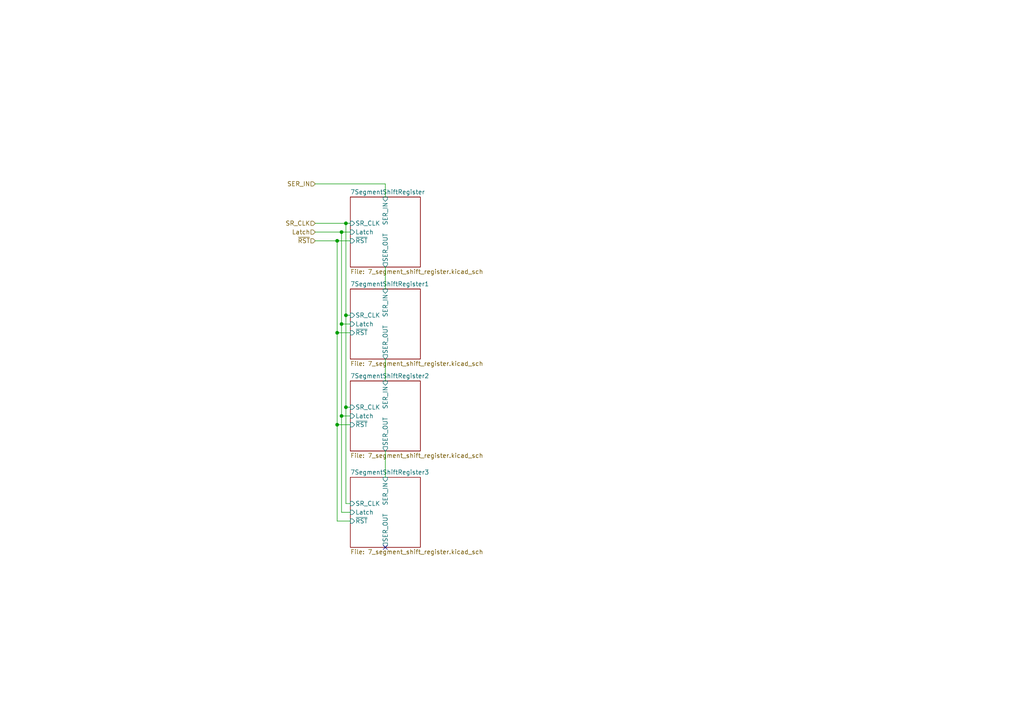
<source format=kicad_sch>
(kicad_sch
	(version 20231120)
	(generator "eeschema")
	(generator_version "8.0")
	(uuid "c9d3b044-57d4-40d4-8d28-16d169fa8558")
	(paper "A4")
	(lib_symbols)
	(junction
		(at 99.06 67.31)
		(diameter 0)
		(color 0 0 0 0)
		(uuid "36e4e88b-46a2-4156-a335-dad96f52ef99")
	)
	(junction
		(at 97.79 96.52)
		(diameter 0)
		(color 0 0 0 0)
		(uuid "3d9912ac-94cf-4839-a8be-bfd9b8d80ffc")
	)
	(junction
		(at 100.33 91.44)
		(diameter 0)
		(color 0 0 0 0)
		(uuid "5bb764a3-604f-46ed-b6ce-d4900437faf2")
	)
	(junction
		(at 100.33 118.11)
		(diameter 0)
		(color 0 0 0 0)
		(uuid "853cdb7e-5643-4f52-9ef9-0f6cc45e6e97")
	)
	(junction
		(at 100.33 64.77)
		(diameter 0)
		(color 0 0 0 0)
		(uuid "8b67cc3e-643d-4b94-97e7-382a1ece6a5d")
	)
	(junction
		(at 97.79 69.85)
		(diameter 0)
		(color 0 0 0 0)
		(uuid "ce4fb76d-f830-43ab-afa1-ee67fde43d46")
	)
	(junction
		(at 99.06 120.65)
		(diameter 0)
		(color 0 0 0 0)
		(uuid "e0acfe19-57a4-4293-b107-c774c8772bc7")
	)
	(junction
		(at 99.06 93.98)
		(diameter 0)
		(color 0 0 0 0)
		(uuid "ef894bed-a9dd-4244-9955-39efdee985a7")
	)
	(junction
		(at 97.79 123.19)
		(diameter 0)
		(color 0 0 0 0)
		(uuid "fa305908-4d3d-41be-92c5-4ce588928273")
	)
	(no_connect
		(at 111.76 158.75)
		(uuid "74cfd61b-923b-4d09-ba2f-6531c4b3b105")
	)
	(wire
		(pts
			(xy 97.79 69.85) (xy 91.44 69.85)
		)
		(stroke
			(width 0)
			(type default)
		)
		(uuid "03ca7525-1d07-4cca-993a-88e64f56cb42")
	)
	(wire
		(pts
			(xy 99.06 120.65) (xy 101.6 120.65)
		)
		(stroke
			(width 0)
			(type default)
		)
		(uuid "14e1b004-712f-4037-9429-14c44a07e417")
	)
	(wire
		(pts
			(xy 99.06 93.98) (xy 99.06 120.65)
		)
		(stroke
			(width 0)
			(type default)
		)
		(uuid "20de6731-8f51-492c-8fce-48a78d52fedb")
	)
	(wire
		(pts
			(xy 100.33 118.11) (xy 100.33 146.05)
		)
		(stroke
			(width 0)
			(type default)
		)
		(uuid "28caa2d9-1f4f-4dd9-8c0c-bcab6be4bc3c")
	)
	(wire
		(pts
			(xy 97.79 123.19) (xy 101.6 123.19)
		)
		(stroke
			(width 0)
			(type default)
		)
		(uuid "2f39315f-811f-42a7-8514-0ec3b02b35a1")
	)
	(wire
		(pts
			(xy 101.6 146.05) (xy 100.33 146.05)
		)
		(stroke
			(width 0)
			(type default)
		)
		(uuid "398807c9-6481-46a4-aa76-2d7dd97a97fc")
	)
	(wire
		(pts
			(xy 111.76 104.14) (xy 111.76 110.49)
		)
		(stroke
			(width 0)
			(type default)
		)
		(uuid "4225a94a-ea2f-417b-9e78-f12f38133598")
	)
	(wire
		(pts
			(xy 99.06 67.31) (xy 99.06 93.98)
		)
		(stroke
			(width 0)
			(type default)
		)
		(uuid "485db4ea-3173-48e7-9e67-f7c2fbd1df56")
	)
	(wire
		(pts
			(xy 97.79 96.52) (xy 97.79 69.85)
		)
		(stroke
			(width 0)
			(type default)
		)
		(uuid "486b8617-ea4e-4795-94bb-0514b83215e1")
	)
	(wire
		(pts
			(xy 97.79 151.13) (xy 97.79 123.19)
		)
		(stroke
			(width 0)
			(type default)
		)
		(uuid "5281fa9e-a4c6-4e93-99f6-d516094e5c3a")
	)
	(wire
		(pts
			(xy 100.33 91.44) (xy 100.33 118.11)
		)
		(stroke
			(width 0)
			(type default)
		)
		(uuid "5a661c5b-913b-40e4-b1ab-3cb916b07f69")
	)
	(wire
		(pts
			(xy 111.76 77.47) (xy 111.76 83.82)
		)
		(stroke
			(width 0)
			(type default)
		)
		(uuid "628d2c0e-f5f8-493d-9929-398e2985e3ca")
	)
	(wire
		(pts
			(xy 100.33 64.77) (xy 100.33 91.44)
		)
		(stroke
			(width 0)
			(type default)
		)
		(uuid "6391bf39-167c-4350-b50b-ec133a388b40")
	)
	(wire
		(pts
			(xy 91.44 64.77) (xy 100.33 64.77)
		)
		(stroke
			(width 0)
			(type default)
		)
		(uuid "63d09f1b-7a83-4a68-ae2c-58e47559e21b")
	)
	(wire
		(pts
			(xy 97.79 123.19) (xy 97.79 96.52)
		)
		(stroke
			(width 0)
			(type default)
		)
		(uuid "7878ed5a-6cfc-4d7c-9e24-e26346d64923")
	)
	(wire
		(pts
			(xy 111.76 130.81) (xy 111.76 138.43)
		)
		(stroke
			(width 0)
			(type default)
		)
		(uuid "7b6777f7-3683-45a2-bc98-113973d0201b")
	)
	(wire
		(pts
			(xy 99.06 148.59) (xy 101.6 148.59)
		)
		(stroke
			(width 0)
			(type default)
		)
		(uuid "804882b5-4cb3-40f1-8d05-6966e35dc5bb")
	)
	(wire
		(pts
			(xy 101.6 91.44) (xy 100.33 91.44)
		)
		(stroke
			(width 0)
			(type default)
		)
		(uuid "97f5758e-c0b7-4052-bec3-79acb4801fd1")
	)
	(wire
		(pts
			(xy 99.06 67.31) (xy 101.6 67.31)
		)
		(stroke
			(width 0)
			(type default)
		)
		(uuid "9b2aa98d-8c04-4c4d-8d6f-c2e475dbd1a1")
	)
	(wire
		(pts
			(xy 97.79 96.52) (xy 101.6 96.52)
		)
		(stroke
			(width 0)
			(type default)
		)
		(uuid "a1e1ab0c-6b1f-44da-97de-5054bbcc0e75")
	)
	(wire
		(pts
			(xy 101.6 151.13) (xy 97.79 151.13)
		)
		(stroke
			(width 0)
			(type default)
		)
		(uuid "ae9744d9-c9d5-407d-8362-45a06939d551")
	)
	(wire
		(pts
			(xy 99.06 93.98) (xy 101.6 93.98)
		)
		(stroke
			(width 0)
			(type default)
		)
		(uuid "aea55df4-2b61-4657-a0b9-cc5d42fb06e1")
	)
	(wire
		(pts
			(xy 111.76 53.34) (xy 111.76 57.15)
		)
		(stroke
			(width 0)
			(type default)
		)
		(uuid "b6a3daa0-f704-410a-b3b8-de503948599f")
	)
	(wire
		(pts
			(xy 100.33 64.77) (xy 101.6 64.77)
		)
		(stroke
			(width 0)
			(type default)
		)
		(uuid "b989709b-d170-42d4-8332-d131ae49f8c7")
	)
	(wire
		(pts
			(xy 99.06 120.65) (xy 99.06 148.59)
		)
		(stroke
			(width 0)
			(type default)
		)
		(uuid "c8599c7e-1306-4bb4-b36e-9764f014f2c9")
	)
	(wire
		(pts
			(xy 91.44 67.31) (xy 99.06 67.31)
		)
		(stroke
			(width 0)
			(type default)
		)
		(uuid "d496525b-0016-44de-80b4-577b68fd80c4")
	)
	(wire
		(pts
			(xy 101.6 118.11) (xy 100.33 118.11)
		)
		(stroke
			(width 0)
			(type default)
		)
		(uuid "e0155001-5c46-4b66-bd6c-9f674f794449")
	)
	(wire
		(pts
			(xy 97.79 69.85) (xy 101.6 69.85)
		)
		(stroke
			(width 0)
			(type default)
		)
		(uuid "e69ee8be-4fb2-4296-8907-9ae6833ce77b")
	)
	(wire
		(pts
			(xy 91.44 53.34) (xy 111.76 53.34)
		)
		(stroke
			(width 0)
			(type default)
		)
		(uuid "e6ecf2ef-5165-41d8-b517-d3fb6f69792f")
	)
	(hierarchical_label "SR_CLK"
		(shape input)
		(at 91.44 64.77 180)
		(fields_autoplaced yes)
		(effects
			(font
				(size 1.27 1.27)
			)
			(justify right)
		)
		(uuid "6681d8e9-277a-4a91-855e-2edf33884436")
	)
	(hierarchical_label "~{RST}"
		(shape input)
		(at 91.44 69.85 180)
		(fields_autoplaced yes)
		(effects
			(font
				(size 1.27 1.27)
			)
			(justify right)
		)
		(uuid "a695556f-16d4-4932-a24c-991001e0ffee")
	)
	(hierarchical_label "SER_IN"
		(shape input)
		(at 91.44 53.34 180)
		(fields_autoplaced yes)
		(effects
			(font
				(size 1.27 1.27)
			)
			(justify right)
		)
		(uuid "e99c655c-75d8-4434-b1f6-acb8ddfc5d27")
	)
	(hierarchical_label "Latch"
		(shape input)
		(at 91.44 67.31 180)
		(fields_autoplaced yes)
		(effects
			(font
				(size 1.27 1.27)
			)
			(justify right)
		)
		(uuid "eb073e6b-e7b2-4fa7-ae3b-e7ef52ea046d")
	)
	(sheet
		(at 101.6 138.43)
		(size 20.32 20.32)
		(fields_autoplaced yes)
		(stroke
			(width 0.1524)
			(type solid)
		)
		(fill
			(color 0 0 0 0.0000)
		)
		(uuid "1de1b698-6f11-42ef-b753-7cf62e46ba17")
		(property "Sheetname" "7SegmentShiftRegister3"
			(at 101.6 137.7184 0)
			(effects
				(font
					(size 1.27 1.27)
				)
				(justify left bottom)
			)
		)
		(property "Sheetfile" "7_segment_shift_register.kicad_sch"
			(at 101.6 159.3346 0)
			(effects
				(font
					(size 1.27 1.27)
				)
				(justify left top)
			)
		)
		(pin "SER_OUT" output
			(at 111.76 158.75 270)
			(effects
				(font
					(size 1.27 1.27)
				)
				(justify left)
			)
			(uuid "d7df5c42-ddc6-4abd-8bec-4fa90a439461")
		)
		(pin "SER_IN" input
			(at 111.76 138.43 90)
			(effects
				(font
					(size 1.27 1.27)
				)
				(justify right)
			)
			(uuid "c2e064da-4cc9-41be-ad7c-4ac90d915901")
		)
		(pin "SR_CLK" input
			(at 101.6 146.05 180)
			(effects
				(font
					(size 1.27 1.27)
				)
				(justify left)
			)
			(uuid "6991b63f-95e9-42f9-9e41-33752203f5b5")
		)
		(pin "Latch" input
			(at 101.6 148.59 180)
			(effects
				(font
					(size 1.27 1.27)
				)
				(justify left)
			)
			(uuid "a9e0926c-adc3-4efd-9a27-632e5902f583")
		)
		(pin "~{RST}" input
			(at 101.6 151.13 180)
			(effects
				(font
					(size 1.27 1.27)
				)
				(justify left)
			)
			(uuid "d80e689c-a62c-4522-bd30-69bbda2f0822")
		)
		(instances
			(project "Output"
				(path "/02a99fb8-2048-4cc8-b7aa-813268289b08/ac84326f-8e35-4922-ad5d-170f017a2aed"
					(page "6")
				)
			)
		)
	)
	(sheet
		(at 101.6 110.49)
		(size 20.32 20.32)
		(fields_autoplaced yes)
		(stroke
			(width 0.1524)
			(type solid)
		)
		(fill
			(color 0 0 0 0.0000)
		)
		(uuid "4ca4684f-5943-401f-ba32-bc7fd1806244")
		(property "Sheetname" "7SegmentShiftRegister2"
			(at 101.6 109.7784 0)
			(effects
				(font
					(size 1.27 1.27)
				)
				(justify left bottom)
			)
		)
		(property "Sheetfile" "7_segment_shift_register.kicad_sch"
			(at 101.6 131.3946 0)
			(effects
				(font
					(size 1.27 1.27)
				)
				(justify left top)
			)
		)
		(pin "SER_OUT" output
			(at 111.76 130.81 270)
			(effects
				(font
					(size 1.27 1.27)
				)
				(justify left)
			)
			(uuid "90f6912c-597a-4aa7-aee3-e97384def5a5")
		)
		(pin "SER_IN" input
			(at 111.76 110.49 90)
			(effects
				(font
					(size 1.27 1.27)
				)
				(justify right)
			)
			(uuid "ea765902-b29a-4463-8e38-f7034721f03d")
		)
		(pin "SR_CLK" input
			(at 101.6 118.11 180)
			(effects
				(font
					(size 1.27 1.27)
				)
				(justify left)
			)
			(uuid "17437b88-540d-4d94-82f1-6a58586ca349")
		)
		(pin "Latch" input
			(at 101.6 120.65 180)
			(effects
				(font
					(size 1.27 1.27)
				)
				(justify left)
			)
			(uuid "090864cc-bbb3-4ca4-b835-bbb7e49e5967")
		)
		(pin "~{RST}" input
			(at 101.6 123.19 180)
			(effects
				(font
					(size 1.27 1.27)
				)
				(justify left)
			)
			(uuid "855d97dc-5e45-40d6-bbb2-867c894f6782")
		)
		(instances
			(project "Output"
				(path "/02a99fb8-2048-4cc8-b7aa-813268289b08/ac84326f-8e35-4922-ad5d-170f017a2aed"
					(page "5")
				)
			)
		)
	)
	(sheet
		(at 101.6 57.15)
		(size 20.32 20.32)
		(fields_autoplaced yes)
		(stroke
			(width 0.1524)
			(type solid)
		)
		(fill
			(color 0 0 0 0.0000)
		)
		(uuid "829bbd52-3ad2-4fd6-a907-3ff9ff187d62")
		(property "Sheetname" "7SegmentShiftRegister"
			(at 101.6 56.4384 0)
			(effects
				(font
					(size 1.27 1.27)
				)
				(justify left bottom)
			)
		)
		(property "Sheetfile" "7_segment_shift_register.kicad_sch"
			(at 101.6 78.0546 0)
			(effects
				(font
					(size 1.27 1.27)
				)
				(justify left top)
			)
		)
		(pin "SER_OUT" output
			(at 111.76 77.47 270)
			(effects
				(font
					(size 1.27 1.27)
				)
				(justify left)
			)
			(uuid "03fd8e99-929b-4790-8019-7a7e6bfc11a6")
		)
		(pin "SER_IN" input
			(at 111.76 57.15 90)
			(effects
				(font
					(size 1.27 1.27)
				)
				(justify right)
			)
			(uuid "d4444fa0-8264-4d68-98b0-b395b97d501d")
		)
		(pin "SR_CLK" input
			(at 101.6 64.77 180)
			(effects
				(font
					(size 1.27 1.27)
				)
				(justify left)
			)
			(uuid "4f62ae89-ee99-45df-b282-7f2bbaa88e4f")
		)
		(pin "Latch" input
			(at 101.6 67.31 180)
			(effects
				(font
					(size 1.27 1.27)
				)
				(justify left)
			)
			(uuid "67029c65-f74a-4621-9798-824dc4960835")
		)
		(pin "~{RST}" input
			(at 101.6 69.85 180)
			(effects
				(font
					(size 1.27 1.27)
				)
				(justify left)
			)
			(uuid "11f1729e-1a7d-4c1d-b208-42a530711225")
		)
		(instances
			(project "Output"
				(path "/02a99fb8-2048-4cc8-b7aa-813268289b08/ac84326f-8e35-4922-ad5d-170f017a2aed"
					(page "3")
				)
			)
		)
	)
	(sheet
		(at 101.6 83.82)
		(size 20.32 20.32)
		(fields_autoplaced yes)
		(stroke
			(width 0.1524)
			(type solid)
		)
		(fill
			(color 0 0 0 0.0000)
		)
		(uuid "f74b3d93-1b03-45c1-a730-4f8a86419698")
		(property "Sheetname" "7SegmentShiftRegister1"
			(at 101.6 83.1084 0)
			(effects
				(font
					(size 1.27 1.27)
				)
				(justify left bottom)
			)
		)
		(property "Sheetfile" "7_segment_shift_register.kicad_sch"
			(at 101.6 104.7246 0)
			(effects
				(font
					(size 1.27 1.27)
				)
				(justify left top)
			)
		)
		(pin "SER_OUT" output
			(at 111.76 104.14 270)
			(effects
				(font
					(size 1.27 1.27)
				)
				(justify left)
			)
			(uuid "74b3205c-6cbf-4ab9-97b4-c0b5ea15d7f7")
		)
		(pin "SER_IN" input
			(at 111.76 83.82 90)
			(effects
				(font
					(size 1.27 1.27)
				)
				(justify right)
			)
			(uuid "eee4fe77-a241-44d5-af12-eb26dc5e16f3")
		)
		(pin "SR_CLK" input
			(at 101.6 91.44 180)
			(effects
				(font
					(size 1.27 1.27)
				)
				(justify left)
			)
			(uuid "c38dbcdc-f284-481c-a60a-348d303b5e70")
		)
		(pin "Latch" input
			(at 101.6 93.98 180)
			(effects
				(font
					(size 1.27 1.27)
				)
				(justify left)
			)
			(uuid "2cbd2531-e9e9-4719-95ba-cf1a7112fc4e")
		)
		(pin "~{RST}" input
			(at 101.6 96.52 180)
			(effects
				(font
					(size 1.27 1.27)
				)
				(justify left)
			)
			(uuid "96c2239e-bc54-4a5f-a37d-bdeab8852336")
		)
		(instances
			(project "Output"
				(path "/02a99fb8-2048-4cc8-b7aa-813268289b08/ac84326f-8e35-4922-ad5d-170f017a2aed"
					(page "4")
				)
			)
		)
	)
)

</source>
